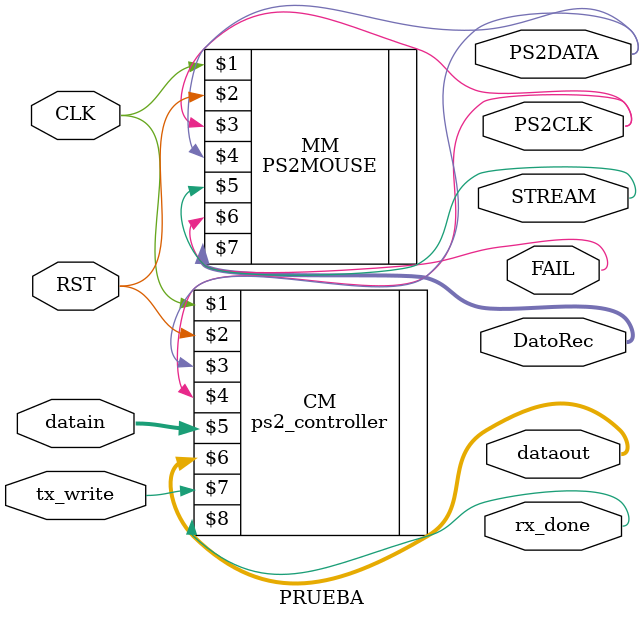
<source format=v>
`timescale 1ns / 1ps

module PRUEBA(CLK,RST,PS2CLK,PS2DATA,STREAM,FAIL,DatoRec, datain, dataout,tx_write, rx_done);
	input CLK,RST,tx_write;
	output wire PS2CLK,PS2DATA, rx_done;
	output wire STREAM,FAIL;
	output wire [7:0] DatoRec;
	output wire [7:0] dataout;
	input [7:0] datain;

	
	
	
//Controlador //Aquí va el controlador de ustedes
 ps2_controller CM(CLK, RST, PS2DATA,PS2CLK, datain, dataout, tx_write, rx_done);
//Modulo Mouse
PS2MOUSE MM(CLK,RST,PS2CLK,PS2DATA,STREAM,FAIL,DatoRec); //este modulo simula la arquitectura interna del mouse
	
endmodule

</source>
